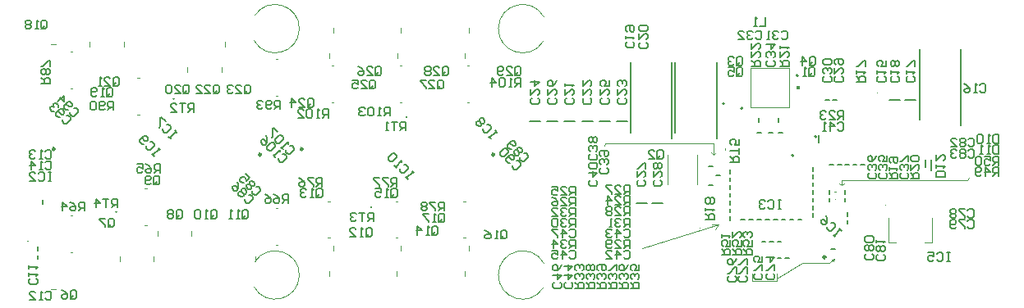
<source format=gbo>
G04*
G04 #@! TF.GenerationSoftware,Altium Limited,Altium Designer,25.7.1 (20)*
G04*
G04 Layer_Color=32896*
%FSLAX44Y44*%
%MOMM*%
G71*
G04*
G04 #@! TF.SameCoordinates,66F0D8C6-04CA-480C-B019-D4CA667347D7*
G04*
G04*
G04 #@! TF.FilePolarity,Positive*
G04*
G01*
G75*
%ADD10C,0.1000*%
%ADD11C,0.2000*%
%ADD12C,0.2500*%
%ADD14C,0.1270*%
%ADD20C,0.1500*%
%ADD72C,0.3000*%
%ADD157C,0.1200*%
D10*
X236642Y-139469D02*
G03*
X237296Y-114078I21854J12141D01*
G01*
X535560Y-115177D02*
G03*
X534906Y-140568I-21854J-12141D01*
G01*
X535560Y139463D02*
G03*
X534906Y114072I-21854J-12141D01*
G01*
X236642Y115181D02*
G03*
X237296Y140572I21854J12141D01*
G01*
X696698Y-78610D02*
G03*
X696698Y-77610I0J500D01*
G01*
D02*
G03*
X696698Y-78610I0J-500D01*
G01*
X835848Y-49610D02*
G03*
X836848Y-49610I500J0D01*
G01*
D02*
G03*
X835848Y-49610I-500J0D01*
G01*
X879047Y61051D02*
G03*
X880047Y61051I500J0D01*
G01*
D02*
G03*
X879047Y61051I-500J0D01*
G01*
X888348Y-55111D02*
G03*
X888348Y-56111I0J-500D01*
G01*
D02*
G03*
X888348Y-55111I0J500D01*
G01*
X3996Y-92678D02*
G03*
X2996Y-92678I-500J0D01*
G01*
D02*
G03*
X3996Y-92678I500J0D01*
G01*
X835848Y-41610D02*
G03*
X836848Y-41610I500J0D01*
G01*
D02*
G03*
X835848Y-41610I-500J0D01*
G01*
X452576Y-50976D02*
X454576D01*
X452576Y-89026D02*
X454576D01*
X597706Y6022D02*
X598976Y8562D01*
X710736Y-2868D02*
X713276Y-328D01*
X708196D02*
X710736Y-2868D01*
X708196Y-328D02*
X710736Y-2868D01*
Y8562D01*
X598976D02*
X710736D01*
X842816Y-34618D02*
X845200Y-32705D01*
X840472D02*
X842816Y-34618D01*
X840472Y-32705D02*
X842816Y-34618D01*
Y-29538D01*
X845460D01*
X972356D02*
X973626Y-26998D01*
X845460Y-29538D02*
X972356D01*
X712619Y-80024D02*
X715816Y-75258D01*
X708841Y-75007D02*
X715816Y-75258D01*
X708841Y-75007D02*
X715816Y-75258D01*
X637076Y-99388D02*
X715816Y-75258D01*
X834431Y-113145D02*
X835196Y-110818D01*
X832481Y-111208D02*
X835196Y-110818D01*
X832481Y-111208D02*
X835196Y-110818D01*
X830116Y-114628D02*
X835196Y-110818D01*
X826306Y-114628D02*
X830116D01*
X802176D02*
X826306D01*
X775506Y-131138D02*
X802176Y-114628D01*
X775506Y-133678D02*
Y-126058D01*
X772966Y-133678D02*
X775506D01*
X750106D02*
X772966D01*
X750106D02*
Y-126058D01*
X890848Y-93610D02*
X898349D01*
X890848D02*
Y-68611D01*
X928349Y-93610D02*
X935849D01*
Y-68611D01*
X47494Y103774D02*
X49494D01*
X47494Y65724D02*
X49494D01*
X116584Y38024D02*
X118584D01*
X116584Y76074D02*
X118584D01*
X259054Y58024D02*
X261054D01*
X259054Y96074D02*
X261054D01*
X316966Y51024D02*
X318966D01*
X316966Y89074D02*
X318966D01*
X386966Y51024D02*
X388966D01*
X386966Y89074D02*
X388966D01*
X456353Y89074D02*
X458353D01*
X456353Y51024D02*
X458353D01*
X382637Y-50976D02*
X384637D01*
X382637Y-89026D02*
X384637D01*
X313026Y-50976D02*
X315026D01*
X313026Y-89026D02*
X315026D01*
X259054Y-57976D02*
X261054D01*
X259054Y-96026D02*
X261054D01*
X124128Y-37867D02*
X126128D01*
X124128Y-75917D02*
X126128D01*
X47496Y-103728D02*
X49496D01*
X47496Y-65678D02*
X49496D01*
X693318Y-33410D02*
Y-3160D01*
X662818Y-33710D02*
Y-2910D01*
X748348Y86390D02*
X788348D01*
X748348Y46390D02*
Y86390D01*
Y46390D02*
X788348D01*
Y86390D01*
D11*
X723000Y3001D02*
G03*
X723000Y2001I0J-500D01*
G01*
D02*
G03*
X723000Y3001I0J500D01*
G01*
X793098Y-3610D02*
G03*
X793098Y-3610I-1000J0D01*
G01*
X720848Y50890D02*
G03*
X720848Y48890I0J-1000D01*
G01*
D02*
G03*
X720848Y50890I0J1000D01*
G01*
X739649Y43790D02*
G03*
X739649Y45790I0J1000D01*
G01*
D02*
G03*
X739649Y43790I0J-1000D01*
G01*
X796852Y79790D02*
G03*
X796852Y77790I0J-1000D01*
G01*
D02*
G03*
X796852Y79790I0J1000D01*
G01*
X815848Y14890D02*
G03*
X815848Y16890I0J1000D01*
G01*
D02*
G03*
X815848Y14890I0J-1000D01*
G01*
X153456Y54682D02*
G03*
X154456Y54682I500J0D01*
G01*
D02*
G03*
X153456Y54682I-500J0D01*
G01*
X394500Y36001D02*
G03*
X393500Y36001I-500J0D01*
G01*
D02*
G03*
X394500Y36001I500J0D01*
G01*
X357000Y-56999D02*
G03*
X358000Y-56999I500J0D01*
G01*
D02*
G03*
X357000Y-56999I-500J0D01*
G01*
X95000Y-61999D02*
G03*
X94000Y-61999I-500J0D01*
G01*
D02*
G03*
X95000Y-61999I500J0D01*
G01*
X670742Y19950D02*
Y92950D01*
X713742Y13700D02*
Y92950D01*
X624848Y19890D02*
Y92890D01*
X667849Y13640D02*
Y92890D01*
X935047Y-19549D02*
Y-7799D01*
X929047Y-15799D02*
Y-7799D01*
X647297Y-52799D02*
X658297D01*
X630787D02*
X641787D01*
X538613Y31701D02*
X549612D01*
X556672D02*
X567671D01*
X574731D02*
X585731D01*
X592789D02*
X603789D01*
X610848D02*
X621848D01*
X520554D02*
X531553D01*
X819348Y9580D02*
Y17200D01*
X965797Y27201D02*
Y106451D01*
X922797Y33451D02*
Y106451D01*
X907797Y53201D02*
X918797D01*
X891547D02*
X902547D01*
D12*
X826098Y-108788D02*
G03*
X826098Y-108788I-1250J0D01*
G01*
X31491Y2852D02*
G03*
X31491Y2852I-1250J0D01*
G01*
X484559Y-2804D02*
G03*
X484559Y-2804I-1250J0D01*
G01*
X244001Y-2804D02*
G03*
X244001Y-2804I-1250J0D01*
G01*
X287049Y2853D02*
G03*
X287049Y2853I-1250J0D01*
G01*
D14*
X705349Y-14611D02*
X709349D01*
X713348Y-24611D02*
X717348D01*
X705349Y-34611D02*
X709349D01*
X777348Y19390D02*
X781348D01*
X755348D02*
X759348D01*
X777203Y31012D02*
Y35012D01*
X757348Y31012D02*
Y35012D01*
X738691Y-69871D02*
X742691D01*
X780662D02*
X784662D01*
X789056D02*
X793056D01*
X813353Y-67610D02*
Y-63609D01*
Y-59609D02*
Y-55609D01*
Y-51610D02*
Y-47610D01*
Y-43609D02*
Y-39609D01*
Y-27610D02*
Y-23609D01*
X813325Y-19661D02*
Y-15661D01*
X813353Y-35610D02*
Y-31609D01*
X767479Y19390D02*
X771479D01*
X846348Y-51610D02*
Y-47610D01*
X848349Y-66610D02*
Y-62610D01*
Y-74610D02*
Y-70610D01*
X830349Y-43610D02*
Y-39610D01*
Y-51610D02*
Y-47610D01*
X772369Y-69922D02*
X776369D01*
X831706Y-100318D02*
X835706D01*
X776348Y-92610D02*
X780348D01*
X768348D02*
X772348D01*
X784348Y-109610D02*
X788348D01*
X776348D02*
X780349D01*
X760349Y-92610D02*
X764349D01*
X797451Y-69871D02*
X801451D01*
X763874D02*
X767874D01*
X755581Y-69922D02*
X759581D01*
X747187D02*
X751187D01*
X727348Y-22610D02*
Y-18610D01*
Y-30610D02*
Y-26610D01*
X727348Y-38610D02*
Y-34611D01*
Y-46610D02*
Y-42611D01*
X727348Y-54610D02*
Y-50610D01*
Y-62610D02*
Y-58610D01*
Y-70610D02*
Y-66610D01*
X825706Y53682D02*
X829706D01*
X833706Y53682D02*
X837706D01*
X846348Y-13610D02*
X850348D01*
X862348D02*
X866348D01*
X854349Y-13611D02*
X858348D01*
X830349D02*
X834349D01*
X838348Y-13610D02*
X842348D01*
X14000Y-101999D02*
Y-97999D01*
X19000Y-53999D02*
Y-49999D01*
X14000Y-111000D02*
Y-107000D01*
X846349Y-43610D02*
Y-39610D01*
D20*
X727827Y-11054D02*
X736824D01*
Y-6556D01*
X735325Y-5056D01*
X732326D01*
X730826Y-6556D01*
Y-11054D01*
Y-8055D02*
X727827Y-5056D01*
X736824Y-2057D02*
Y3941D01*
Y942D01*
X727827D01*
X736824Y12938D02*
Y6940D01*
X732326D01*
X733825Y9939D01*
Y11438D01*
X732326Y12938D01*
X729327D01*
X727827Y11438D01*
Y8439D01*
X729327Y6940D01*
X393492Y22173D02*
Y31170D01*
X388994D01*
X387494Y29671D01*
Y26672D01*
X388994Y25172D01*
X393492D01*
X390493D02*
X387494Y22173D01*
X384495Y31170D02*
X378497D01*
X381496D01*
Y22173D01*
X375498D02*
X372499D01*
X373999D01*
Y31170D01*
X375498Y29671D01*
X174992Y41173D02*
Y50170D01*
X170493D01*
X168994Y48671D01*
Y45672D01*
X170493Y44172D01*
X174992D01*
X171993D02*
X168994Y41173D01*
X165995Y50170D02*
X159997D01*
X162996D01*
Y41173D01*
X151000D02*
X156998D01*
X151000Y47171D01*
Y48671D01*
X152499Y50170D01*
X155498D01*
X156998Y48671D01*
X842392Y-81563D02*
X840272Y-79442D01*
X841332Y-80502D01*
X834970Y-86864D01*
X836030Y-87924D01*
X833910Y-85804D01*
X831789Y-73080D02*
X833910D01*
X836030Y-75201D01*
Y-77321D01*
X831789Y-81563D01*
X829668D01*
X827548Y-79442D01*
Y-77321D01*
X826487Y-65658D02*
X827548Y-68839D01*
Y-73080D01*
X825427Y-75201D01*
X823306D01*
X821186Y-73080D01*
Y-70960D01*
X822246Y-69899D01*
X824367D01*
X827548Y-73080D01*
X306992Y-35827D02*
Y-26830D01*
X302493D01*
X300994Y-28329D01*
Y-31328D01*
X302493Y-32828D01*
X306992D01*
X303993D02*
X300994Y-35827D01*
X297995Y-26830D02*
X291997D01*
Y-28329D01*
X297995Y-34327D01*
Y-35827D01*
X283000Y-26830D02*
X285999Y-28329D01*
X288998Y-31328D01*
Y-34327D01*
X287498Y-35827D01*
X284499D01*
X283000Y-34327D01*
Y-32828D01*
X284499Y-31328D01*
X288998D01*
X263992Y44173D02*
Y53170D01*
X259493D01*
X257994Y51671D01*
Y48672D01*
X259493Y47172D01*
X263992D01*
X260993D02*
X257994Y44173D01*
X254995Y45673D02*
X253495Y44173D01*
X250496D01*
X248997Y45673D01*
Y51671D01*
X250496Y53170D01*
X253495D01*
X254995Y51671D01*
Y50171D01*
X253495Y48672D01*
X248997D01*
X245998Y51671D02*
X244498Y53170D01*
X241499D01*
X240000Y51671D01*
Y50171D01*
X241499Y48672D01*
X242999D01*
X241499D01*
X240000Y47172D01*
Y45673D01*
X241499Y44173D01*
X244498D01*
X245998Y45673D01*
X313342Y35131D02*
Y44128D01*
X308844D01*
X307344Y42628D01*
Y39629D01*
X308844Y38130D01*
X313342D01*
X310343D02*
X307344Y35131D01*
X304345D02*
X301346D01*
X302845D01*
Y44128D01*
X304345Y42628D01*
X296847D02*
X295348Y44128D01*
X292349D01*
X290849Y42628D01*
Y36630D01*
X292349Y35131D01*
X295348D01*
X296847Y36630D01*
Y42628D01*
X281852Y35131D02*
X287850D01*
X281852Y41129D01*
Y42628D01*
X283352Y44128D01*
X286351D01*
X287850Y42628D01*
X274008Y5900D02*
X276129D01*
X278250Y3780D01*
Y1659D01*
X274008Y-2582D01*
X271888D01*
X269767Y-461D01*
Y1659D01*
X266586Y2720D02*
X264466Y4840D01*
X265526Y3780D01*
X271888Y10142D01*
Y8021D01*
X266586Y13323D02*
Y15443D01*
X264466Y17564D01*
X262345D01*
X258104Y13323D01*
Y11202D01*
X260224Y9081D01*
X262345D01*
X266586Y13323D01*
X261285Y20745D02*
X257043Y24986D01*
X255983Y23926D01*
Y15443D01*
X254923Y14383D01*
X266008Y-2100D02*
X268129D01*
X270250Y-4220D01*
Y-6341D01*
X266008Y-10582D01*
X263888D01*
X261767Y-8461D01*
Y-6341D01*
X258586Y-5281D02*
X256465Y-3160D01*
X257526Y-4220D01*
X263888Y2142D01*
Y21D01*
X258586Y5323D02*
Y7443D01*
X256465Y9564D01*
X254345D01*
X250104Y5323D01*
Y3202D01*
X252224Y1081D01*
X254345D01*
X258586Y5323D01*
X249043Y16986D02*
X250104Y13805D01*
Y9564D01*
X247983Y7443D01*
X245862D01*
X243742Y9564D01*
Y11685D01*
X244802Y12745D01*
X246923D01*
X250104Y9564D01*
X51358Y45551D02*
X53478D01*
X55599Y43431D01*
Y41310D01*
X51358Y37069D01*
X49237D01*
X47116Y39189D01*
Y41310D01*
X44996Y43431D02*
X42875D01*
X40754Y45551D01*
Y47672D01*
X44996Y51913D01*
X47116D01*
X49237Y49792D01*
Y47672D01*
X48177Y46612D01*
X46056D01*
X42875Y49792D01*
X34393Y51913D02*
X40754Y58275D01*
Y51913D01*
X36513Y56154D01*
X43358Y37551D02*
X45478D01*
X47599Y35431D01*
Y33310D01*
X43358Y29069D01*
X41237D01*
X39116Y31189D01*
Y33310D01*
X36996Y35431D02*
X34875D01*
X32754Y37551D01*
Y39672D01*
X36996Y43913D01*
X39116D01*
X41237Y41792D01*
Y39672D01*
X40177Y38612D01*
X38056D01*
X34875Y41792D01*
Y46034D02*
Y48154D01*
X32754Y50275D01*
X30634D01*
X29574Y49215D01*
Y47094D01*
X30634Y46034D01*
X29574Y47094D01*
X27453D01*
X26393Y46034D01*
Y43913D01*
X28513Y41792D01*
X30634D01*
X507358Y-9449D02*
X509478D01*
X511599Y-11569D01*
Y-13690D01*
X507358Y-17931D01*
X505237D01*
X503116Y-15811D01*
Y-13690D01*
X500996Y-11569D02*
X498875D01*
X496754Y-9449D01*
Y-7328D01*
X500996Y-3087D01*
X503116D01*
X505237Y-5207D01*
Y-7328D01*
X504177Y-8388D01*
X502056D01*
X498875Y-5207D01*
Y-966D02*
Y1154D01*
X496754Y3275D01*
X494634D01*
X490393Y-966D01*
Y-3087D01*
X492513Y-5207D01*
X494634D01*
X498875Y-966D01*
X515358Y-1449D02*
X517478D01*
X519599Y-3569D01*
Y-5690D01*
X515358Y-9931D01*
X513237D01*
X511116Y-7811D01*
Y-5690D01*
X513237Y672D02*
Y2792D01*
X511116Y4913D01*
X508996D01*
X507935Y3853D01*
Y1732D01*
X505815D01*
X504754Y672D01*
Y-1449D01*
X506875Y-3569D01*
X508996D01*
X510056Y-2509D01*
Y-388D01*
X512177D01*
X513237Y672D01*
X510056Y-388D02*
X507935Y1732D01*
X502634Y2792D02*
X500513D01*
X498393Y4913D01*
Y7034D01*
X502634Y11275D01*
X504754D01*
X506875Y9154D01*
Y7034D01*
X505815Y5973D01*
X503694D01*
X500513Y9154D01*
X231358Y-44449D02*
X233478D01*
X235599Y-46569D01*
Y-48690D01*
X231358Y-52931D01*
X229237D01*
X227116Y-50811D01*
Y-48690D01*
X229237Y-42328D02*
Y-40208D01*
X227116Y-38087D01*
X224996D01*
X223935Y-39147D01*
Y-41268D01*
X221815D01*
X220755Y-42328D01*
Y-44449D01*
X222875Y-46569D01*
X224996D01*
X226056Y-45509D01*
Y-43388D01*
X228177D01*
X229237Y-42328D01*
X226056Y-43388D02*
X223935Y-41268D01*
X219694Y-30665D02*
X220755Y-33846D01*
Y-38087D01*
X218634Y-40208D01*
X216513D01*
X214393Y-38087D01*
Y-35966D01*
X215453Y-34906D01*
X217574D01*
X220755Y-38087D01*
X239358Y-36449D02*
X241478D01*
X243599Y-38569D01*
Y-40690D01*
X239358Y-44931D01*
X237237D01*
X235116Y-42811D01*
Y-40690D01*
X237237Y-34328D02*
Y-32208D01*
X235116Y-30087D01*
X232996D01*
X231935Y-31147D01*
Y-33268D01*
X229815D01*
X228755Y-34328D01*
Y-36449D01*
X230875Y-38569D01*
X232996D01*
X234056Y-37509D01*
Y-35388D01*
X236177D01*
X237237Y-34328D01*
X234056Y-35388D02*
X231935Y-33268D01*
X227694Y-22665D02*
X231935Y-26906D01*
X228755Y-30087D01*
X227694Y-26906D01*
X226634Y-25846D01*
X224513D01*
X222393Y-27966D01*
Y-30087D01*
X224513Y-32208D01*
X226634D01*
X157129Y19900D02*
X155008Y22021D01*
X156069Y20961D01*
X149707Y14599D01*
X150767Y13539D01*
X148646Y15659D01*
X146526Y28383D02*
X148646D01*
X150767Y26262D01*
Y24142D01*
X146526Y19900D01*
X144405D01*
X142285Y22021D01*
Y24142D01*
X145466Y31564D02*
X141224Y35805D01*
X140164Y34745D01*
Y26262D01*
X139104Y25202D01*
X487129Y19900D02*
X485008Y22021D01*
X486069Y20961D01*
X479707Y14599D01*
X480767Y13539D01*
X478647Y15659D01*
X476526Y28383D02*
X478647D01*
X480767Y26262D01*
Y24142D01*
X476526Y19900D01*
X474405D01*
X472285Y22021D01*
Y24142D01*
X474405Y30504D02*
Y32624D01*
X472285Y34745D01*
X470164D01*
X469104Y33684D01*
Y31564D01*
X466983D01*
X465923Y30504D01*
Y28383D01*
X468043Y26262D01*
X470164D01*
X471224Y27323D01*
Y29443D01*
X473345D01*
X474405Y30504D01*
X471224Y29443D02*
X469104Y31564D01*
X140129Y1901D02*
X138008Y4021D01*
X139069Y2961D01*
X132707Y-3401D01*
X133767Y-4462D01*
X131646Y-2341D01*
X129526Y10383D02*
X131646D01*
X133767Y8262D01*
Y6142D01*
X129526Y1901D01*
X127405D01*
X125285Y4021D01*
Y6142D01*
X123164Y8262D02*
X121043D01*
X118923Y10383D01*
Y12504D01*
X123164Y16745D01*
X125285D01*
X127405Y14624D01*
Y12504D01*
X126345Y11443D01*
X124224D01*
X121043Y14624D01*
X401780Y-21750D02*
X399659Y-19630D01*
X400719Y-20690D01*
X394358Y-27052D01*
X395418Y-28112D01*
X393297Y-25992D01*
X391177Y-13268D02*
X393297D01*
X395418Y-15388D01*
Y-17509D01*
X391177Y-21750D01*
X389056D01*
X386935Y-19630D01*
Y-17509D01*
X383755Y-16449D02*
X381634Y-14328D01*
X382694Y-15388D01*
X389056Y-9026D01*
Y-11147D01*
X383755Y-5846D02*
Y-3725D01*
X381634Y-1604D01*
X379513D01*
X375272Y-5846D01*
Y-7966D01*
X377393Y-10087D01*
X379513D01*
X383755Y-5846D01*
X61992Y-60827D02*
Y-51830D01*
X57493D01*
X55994Y-53329D01*
Y-56328D01*
X57493Y-57828D01*
X61992D01*
X58993D02*
X55994Y-60827D01*
X46997Y-51830D02*
X49996Y-53329D01*
X52995Y-56328D01*
Y-59327D01*
X51495Y-60827D01*
X48496D01*
X46997Y-59327D01*
Y-57828D01*
X48496Y-56328D01*
X52995D01*
X39499Y-60827D02*
Y-51830D01*
X43998Y-56328D01*
X38000D01*
X376741Y37173D02*
Y46170D01*
X372242D01*
X370743Y44671D01*
Y41672D01*
X372242Y40172D01*
X376741D01*
X373742D02*
X370743Y37173D01*
X367743D02*
X364744D01*
X366244D01*
Y46170D01*
X367743Y44671D01*
X360246D02*
X358746Y46170D01*
X355747D01*
X354248Y44671D01*
Y38673D01*
X355747Y37173D01*
X358746D01*
X360246Y38673D01*
Y44671D01*
X351249D02*
X349749Y46170D01*
X346750D01*
X345251Y44671D01*
Y43171D01*
X346750Y41672D01*
X348250D01*
X346750D01*
X345251Y40172D01*
Y38673D01*
X346750Y37173D01*
X349749D01*
X351249Y38673D01*
X383992Y-35827D02*
Y-26830D01*
X379493D01*
X377994Y-28329D01*
Y-31328D01*
X379493Y-32828D01*
X383992D01*
X380993D02*
X377994Y-35827D01*
X374995Y-26830D02*
X368997D01*
Y-28329D01*
X374995Y-34327D01*
Y-35827D01*
X365998Y-26830D02*
X360000D01*
Y-28329D01*
X365998Y-34327D01*
Y-35827D01*
X139992Y-21827D02*
Y-12830D01*
X135493D01*
X133994Y-14329D01*
Y-17328D01*
X135493Y-18828D01*
X139992D01*
X136993D02*
X133994Y-21827D01*
X124997Y-12830D02*
X127996Y-14329D01*
X130995Y-17328D01*
Y-20327D01*
X129495Y-21827D01*
X126496D01*
X124997Y-20327D01*
Y-18828D01*
X126496Y-17328D01*
X130995D01*
X116000Y-12830D02*
X121998D01*
Y-17328D01*
X118999Y-15829D01*
X117499D01*
X116000Y-17328D01*
Y-20327D01*
X117499Y-21827D01*
X120498D01*
X121998Y-20327D01*
X432992Y-60827D02*
Y-51830D01*
X428493D01*
X426994Y-53329D01*
Y-56328D01*
X428493Y-57828D01*
X432992D01*
X429993D02*
X426994Y-60827D01*
X423995Y-51830D02*
X417997D01*
Y-53329D01*
X423995Y-59327D01*
Y-60827D01*
X414998Y-53329D02*
X413498Y-51830D01*
X410499D01*
X409000Y-53329D01*
Y-54829D01*
X410499Y-56328D01*
X409000Y-57828D01*
Y-59327D01*
X410499Y-60827D01*
X413498D01*
X414998Y-59327D01*
Y-57828D01*
X413498Y-56328D01*
X414998Y-54829D01*
Y-53329D01*
X413498Y-56328D02*
X410499D01*
X17497Y70676D02*
X26494D01*
Y75174D01*
X24995Y76674D01*
X21996D01*
X20496Y75174D01*
Y70676D01*
Y73675D02*
X17497Y76674D01*
X24995Y79673D02*
X26494Y81172D01*
Y84171D01*
X24995Y85671D01*
X23495D01*
X21996Y84171D01*
X20496Y85671D01*
X18997D01*
X17497Y84171D01*
Y81172D01*
X18997Y79673D01*
X20496D01*
X21996Y81172D01*
X23495Y79673D01*
X24995D01*
X21996Y81172D02*
Y84171D01*
X26494Y88670D02*
Y94668D01*
X24995D01*
X18997Y88670D01*
X17497D01*
X271992Y-52827D02*
Y-43830D01*
X267493D01*
X265994Y-45329D01*
Y-48328D01*
X267493Y-49828D01*
X271992D01*
X268993D02*
X265994Y-52827D01*
X256997Y-43830D02*
X259996Y-45329D01*
X262995Y-48328D01*
Y-51327D01*
X261495Y-52827D01*
X258496D01*
X256997Y-51327D01*
Y-49828D01*
X258496Y-48328D01*
X262995D01*
X248000Y-43830D02*
X250999Y-45329D01*
X253998Y-48328D01*
Y-51327D01*
X252498Y-52827D01*
X249499D01*
X248000Y-51327D01*
Y-49828D01*
X249499Y-48328D01*
X253998D01*
X511741Y67173D02*
Y76170D01*
X507242D01*
X505742Y74671D01*
Y71672D01*
X507242Y70172D01*
X511741D01*
X508742D02*
X505742Y67173D01*
X502743D02*
X499744D01*
X501244D01*
Y76170D01*
X502743Y74671D01*
X495246D02*
X493746Y76170D01*
X490747D01*
X489248Y74671D01*
Y68673D01*
X490747Y67173D01*
X493746D01*
X495246Y68673D01*
Y74671D01*
X481750Y67173D02*
Y76170D01*
X486249Y71672D01*
X480251D01*
X91992Y43173D02*
Y52170D01*
X87493D01*
X85994Y50671D01*
Y47672D01*
X87493Y46172D01*
X91992D01*
X88993D02*
X85994Y43173D01*
X82995Y44673D02*
X81495Y43173D01*
X78496D01*
X76997Y44673D01*
Y50671D01*
X78496Y52170D01*
X81495D01*
X82995Y50671D01*
Y49171D01*
X81495Y47672D01*
X76997D01*
X73998Y50671D02*
X72498Y52170D01*
X69499D01*
X68000Y50671D01*
Y44673D01*
X69499Y43173D01*
X72498D01*
X73998Y44673D01*
Y50671D01*
X352244Y-86327D02*
Y-80329D01*
X353744Y-78830D01*
X356743D01*
X358242Y-80329D01*
Y-86327D01*
X356743Y-87827D01*
X353744D01*
X355243Y-84828D02*
X352244Y-87827D01*
X353744D02*
X352244Y-86327D01*
X349245Y-87827D02*
X346246D01*
X347746D01*
Y-78830D01*
X349245Y-80329D01*
X335749Y-87827D02*
X341747D01*
X335749Y-81829D01*
Y-80329D01*
X337249Y-78830D01*
X340248D01*
X341747Y-80329D01*
X17244Y128673D02*
Y134671D01*
X18743Y136170D01*
X21743D01*
X23242Y134671D01*
Y128673D01*
X21743Y127173D01*
X18743D01*
X20243Y130172D02*
X17244Y127173D01*
X18743D02*
X17244Y128673D01*
X14245Y127173D02*
X11246D01*
X12745D01*
Y136170D01*
X14245Y134671D01*
X6747D02*
X5248Y136170D01*
X2249D01*
X749Y134671D01*
Y133171D01*
X2249Y131672D01*
X749Y130172D01*
Y128673D01*
X2249Y127173D01*
X5248D01*
X6747Y128673D01*
Y130172D01*
X5248Y131672D01*
X6747Y133171D01*
Y134671D01*
X5248Y131672D02*
X2249D01*
X291994Y47673D02*
Y53671D01*
X293493Y55170D01*
X296492D01*
X297992Y53671D01*
Y47673D01*
X296492Y46173D01*
X293493D01*
X294993Y49172D02*
X291994Y46173D01*
X293493D02*
X291994Y47673D01*
X282997Y46173D02*
X288995D01*
X282997Y52171D01*
Y53671D01*
X284496Y55170D01*
X287495D01*
X288995Y53671D01*
X275499Y46173D02*
Y55170D01*
X279998Y50672D01*
X274000D01*
X86495Y-76327D02*
Y-70329D01*
X87995Y-68830D01*
X90994D01*
X92493Y-70329D01*
Y-76327D01*
X90994Y-77827D01*
X87995D01*
X89494Y-74828D02*
X86495Y-77827D01*
X87995D02*
X86495Y-76327D01*
X83496Y-68830D02*
X77498D01*
Y-70329D01*
X83496Y-76327D01*
Y-77827D01*
X301244Y-45327D02*
Y-39329D01*
X302743Y-37830D01*
X305743D01*
X307242Y-39329D01*
Y-45327D01*
X305743Y-46827D01*
X302743D01*
X304243Y-43828D02*
X301244Y-46827D01*
X302743D02*
X301244Y-45327D01*
X298245Y-46827D02*
X295246D01*
X296745D01*
Y-37830D01*
X298245Y-39329D01*
X290747D02*
X289248Y-37830D01*
X286249D01*
X284749Y-39329D01*
Y-40829D01*
X286249Y-42328D01*
X287748D01*
X286249D01*
X284749Y-43828D01*
Y-45327D01*
X286249Y-46827D01*
X289248D01*
X290747Y-45327D01*
X85244Y58673D02*
Y64671D01*
X86743Y66170D01*
X89743D01*
X91242Y64671D01*
Y58673D01*
X89743Y57173D01*
X86743D01*
X88243Y60172D02*
X85244Y57173D01*
X86743D02*
X85244Y58673D01*
X82245Y57173D02*
X79246D01*
X80745D01*
Y66170D01*
X82245Y64671D01*
X74747Y58673D02*
X73248Y57173D01*
X70249D01*
X68749Y58673D01*
Y64671D01*
X70249Y66170D01*
X73248D01*
X74747Y64671D01*
Y63171D01*
X73248Y61672D01*
X68749D01*
X355994Y66673D02*
Y72671D01*
X357493Y74170D01*
X360492D01*
X361992Y72671D01*
Y66673D01*
X360492Y65173D01*
X357493D01*
X358993Y68172D02*
X355994Y65173D01*
X357493D02*
X355994Y66673D01*
X346997Y65173D02*
X352995D01*
X346997Y71171D01*
Y72671D01*
X348496Y74170D01*
X351495D01*
X352995Y72671D01*
X338000Y74170D02*
X343998D01*
Y69672D01*
X340999Y71171D01*
X339499D01*
X338000Y69672D01*
Y66673D01*
X339499Y65173D01*
X342498D01*
X343998Y66673D01*
X156495Y-67327D02*
Y-61329D01*
X157995Y-59830D01*
X160994D01*
X162493Y-61329D01*
Y-67327D01*
X160994Y-68827D01*
X157995D01*
X159494Y-65828D02*
X156495Y-68827D01*
X157995D02*
X156495Y-67327D01*
X153496Y-61329D02*
X151997Y-59830D01*
X148998D01*
X147498Y-61329D01*
Y-62829D01*
X148998Y-64328D01*
X147498Y-65828D01*
Y-67327D01*
X148998Y-68827D01*
X151997D01*
X153496Y-67327D01*
Y-65828D01*
X151997Y-64328D01*
X153496Y-62829D01*
Y-61329D01*
X151997Y-64328D02*
X148998D01*
X420244Y-84327D02*
Y-78329D01*
X421744Y-76830D01*
X424743D01*
X426242Y-78329D01*
Y-84327D01*
X424743Y-85827D01*
X421744D01*
X423243Y-82828D02*
X420244Y-85827D01*
X421744D02*
X420244Y-84327D01*
X417245Y-85827D02*
X414246D01*
X415746D01*
Y-76830D01*
X417245Y-78329D01*
X405249Y-85827D02*
Y-76830D01*
X409747Y-81328D01*
X403749D01*
X163994Y61673D02*
Y67671D01*
X165493Y69170D01*
X168492D01*
X169992Y67671D01*
Y61673D01*
X168492Y60173D01*
X165493D01*
X166993Y63172D02*
X163994Y60173D01*
X165493D02*
X163994Y61673D01*
X154997Y60173D02*
X160995D01*
X154997Y66171D01*
Y67671D01*
X156496Y69170D01*
X159495D01*
X160995Y67671D01*
X151998D02*
X150498Y69170D01*
X147499D01*
X146000Y67671D01*
Y61673D01*
X147499Y60173D01*
X150498D01*
X151998Y61673D01*
Y67671D01*
X361994Y80673D02*
Y86671D01*
X363493Y88170D01*
X366492D01*
X367992Y86671D01*
Y80673D01*
X366492Y79173D01*
X363493D01*
X364993Y82172D02*
X361994Y79173D01*
X363493D02*
X361994Y80673D01*
X352997Y79173D02*
X358995D01*
X352997Y85171D01*
Y86671D01*
X354496Y88170D01*
X357495D01*
X358995Y86671D01*
X344000Y88170D02*
X346999Y86671D01*
X349998Y83672D01*
Y80673D01*
X348498Y79173D01*
X345499D01*
X344000Y80673D01*
Y82172D01*
X345499Y83672D01*
X349998D01*
X133495Y-32327D02*
Y-26329D01*
X134995Y-24830D01*
X137994D01*
X139493Y-26329D01*
Y-32327D01*
X137994Y-33827D01*
X134995D01*
X136494Y-30828D02*
X133495Y-33827D01*
X134995D02*
X133495Y-32327D01*
X130496D02*
X128997Y-33827D01*
X125998D01*
X124498Y-32327D01*
Y-26329D01*
X125998Y-24830D01*
X128997D01*
X130496Y-26329D01*
Y-27829D01*
X128997Y-29328D01*
X124498D01*
X378244Y-45327D02*
Y-39329D01*
X379743Y-37830D01*
X382743D01*
X384242Y-39329D01*
Y-45327D01*
X382743Y-46827D01*
X379743D01*
X381243Y-43828D02*
X378244Y-46827D01*
X379743D02*
X378244Y-45327D01*
X375245Y-46827D02*
X372246D01*
X373745D01*
Y-37830D01*
X375245Y-39329D01*
X361749Y-37830D02*
X367747D01*
Y-42328D01*
X364748Y-40829D01*
X363249D01*
X361749Y-42328D01*
Y-45327D01*
X363249Y-46827D01*
X366248D01*
X367747Y-45327D01*
X91494Y69673D02*
Y75671D01*
X92994Y77170D01*
X95993D01*
X97492Y75671D01*
Y69673D01*
X95993Y68173D01*
X92994D01*
X94493Y71172D02*
X91494Y68173D01*
X92994D02*
X91494Y69673D01*
X82497Y68173D02*
X88495D01*
X82497Y74171D01*
Y75671D01*
X83997Y77170D01*
X86996D01*
X88495Y75671D01*
X79498Y68173D02*
X76499D01*
X77999D01*
Y77170D01*
X79498Y75671D01*
X425994Y66673D02*
Y72671D01*
X427493Y74170D01*
X430492D01*
X431992Y72671D01*
Y66673D01*
X430492Y65173D01*
X427493D01*
X428993Y68172D02*
X425994Y65173D01*
X427493D02*
X425994Y66673D01*
X416997Y65173D02*
X422995D01*
X416997Y71171D01*
Y72671D01*
X418496Y74170D01*
X421495D01*
X422995Y72671D01*
X413998Y74170D02*
X408000D01*
Y72671D01*
X413998Y66673D01*
Y65173D01*
X192244Y-67327D02*
Y-61329D01*
X193743Y-59830D01*
X196743D01*
X198242Y-61329D01*
Y-67327D01*
X196743Y-68827D01*
X193743D01*
X195243Y-65828D02*
X192244Y-68827D01*
X193743D02*
X192244Y-67327D01*
X189245Y-68827D02*
X186246D01*
X187745D01*
Y-59830D01*
X189245Y-61329D01*
X181747D02*
X180248Y-59830D01*
X177249D01*
X175749Y-61329D01*
Y-67327D01*
X177249Y-68827D01*
X180248D01*
X181747Y-67327D01*
Y-61329D01*
X491244Y-88327D02*
Y-82329D01*
X492743Y-80830D01*
X495743D01*
X497242Y-82329D01*
Y-88327D01*
X495743Y-89827D01*
X492743D01*
X494243Y-86828D02*
X491244Y-89827D01*
X492743D02*
X491244Y-88327D01*
X488245Y-89827D02*
X485246D01*
X486745D01*
Y-80830D01*
X488245Y-82329D01*
X474749Y-80830D02*
X477748Y-82329D01*
X480747Y-85328D01*
Y-88327D01*
X479248Y-89827D01*
X476249D01*
X474749Y-88327D01*
Y-86828D01*
X476249Y-85328D01*
X480747D01*
X194994Y61673D02*
Y67671D01*
X196493Y69170D01*
X199492D01*
X200992Y67671D01*
Y61673D01*
X199492Y60173D01*
X196493D01*
X197993Y63172D02*
X194994Y60173D01*
X196493D02*
X194994Y61673D01*
X185997Y60173D02*
X191995D01*
X185997Y66171D01*
Y67671D01*
X187496Y69170D01*
X190495D01*
X191995Y67671D01*
X177000Y60173D02*
X182998D01*
X177000Y66171D01*
Y67671D01*
X178499Y69170D01*
X181498D01*
X182998Y67671D01*
X430994Y80673D02*
Y86671D01*
X432493Y88170D01*
X435492D01*
X436992Y86671D01*
Y80673D01*
X435492Y79173D01*
X432493D01*
X433993Y82172D02*
X430994Y79173D01*
X432493D02*
X430994Y80673D01*
X421997Y79173D02*
X427995D01*
X421997Y85171D01*
Y86671D01*
X423496Y88170D01*
X426495D01*
X427995Y86671D01*
X418998D02*
X417498Y88170D01*
X414499D01*
X413000Y86671D01*
Y85171D01*
X414499Y83672D01*
X413000Y82172D01*
Y80673D01*
X414499Y79173D01*
X417498D01*
X418998Y80673D01*
Y82172D01*
X417498Y83672D01*
X418998Y85171D01*
Y86671D01*
X417498Y83672D02*
X414499D01*
X224744Y-67327D02*
Y-61329D01*
X226244Y-59830D01*
X229243D01*
X230743Y-61329D01*
Y-67327D01*
X229243Y-68827D01*
X226244D01*
X227743Y-65828D02*
X224744Y-68827D01*
X226244D02*
X224744Y-67327D01*
X221745Y-68827D02*
X218746D01*
X220246D01*
Y-59830D01*
X221745Y-61329D01*
X214248Y-68827D02*
X211249D01*
X212748D01*
Y-59830D01*
X214248Y-61329D01*
X427244Y-71327D02*
Y-65329D01*
X428744Y-63830D01*
X431743D01*
X433242Y-65329D01*
Y-71327D01*
X431743Y-72827D01*
X428744D01*
X430243Y-69828D02*
X427244Y-72827D01*
X428744D02*
X427244Y-71327D01*
X424245Y-72827D02*
X421246D01*
X422746D01*
Y-63830D01*
X424245Y-65329D01*
X416747Y-63830D02*
X410749D01*
Y-65329D01*
X416747Y-71327D01*
Y-72827D01*
X226994Y61673D02*
Y67671D01*
X228493Y69170D01*
X231492D01*
X232992Y67671D01*
Y61673D01*
X231492Y60173D01*
X228493D01*
X229993Y63172D02*
X226994Y60173D01*
X228493D02*
X226994Y61673D01*
X217997Y60173D02*
X223995D01*
X217997Y66171D01*
Y67671D01*
X219496Y69170D01*
X222495D01*
X223995Y67671D01*
X214998D02*
X213498Y69170D01*
X210499D01*
X209000Y67671D01*
Y66171D01*
X210499Y64672D01*
X211999D01*
X210499D01*
X209000Y63172D01*
Y61673D01*
X210499Y60173D01*
X213498D01*
X214998Y61673D01*
X505994Y80673D02*
Y86671D01*
X507493Y88170D01*
X510492D01*
X511992Y86671D01*
Y80673D01*
X510492Y79173D01*
X507493D01*
X508993Y82172D02*
X505994Y79173D01*
X507493D02*
X505994Y80673D01*
X496997Y79173D02*
X502995D01*
X496997Y85171D01*
Y86671D01*
X498496Y88170D01*
X501495D01*
X502995Y86671D01*
X493998Y80673D02*
X492498Y79173D01*
X489499D01*
X488000Y80673D01*
Y86671D01*
X489499Y88170D01*
X492498D01*
X493998Y86671D01*
Y85171D01*
X492498Y83672D01*
X488000D01*
X47495Y-150327D02*
Y-144329D01*
X48995Y-142830D01*
X51994D01*
X53493Y-144329D01*
Y-150327D01*
X51994Y-151827D01*
X48995D01*
X50494Y-148828D02*
X47495Y-151827D01*
X48995D02*
X47495Y-150327D01*
X38498Y-142830D02*
X41497Y-144329D01*
X44496Y-147328D01*
Y-150327D01*
X42997Y-151827D01*
X39998D01*
X38498Y-150327D01*
Y-148828D01*
X39998Y-147328D01*
X44496D01*
X1004611Y-13717D02*
Y-4720D01*
X1000112D01*
X998613Y-6219D01*
Y-9218D01*
X1000112Y-10718D01*
X1004611D01*
X1001612D02*
X998613Y-13717D01*
X989615Y-4720D02*
X995613D01*
Y-9218D01*
X992615Y-7719D01*
X991115D01*
X989615Y-9218D01*
Y-12217D01*
X991115Y-13717D01*
X994114D01*
X995613Y-12217D01*
X986616Y-6219D02*
X985117Y-4720D01*
X982118D01*
X980618Y-6219D01*
Y-12217D01*
X982118Y-13717D01*
X985117D01*
X986616Y-12217D01*
Y-6219D01*
X1004611Y-25147D02*
Y-16150D01*
X1000112D01*
X998613Y-17649D01*
Y-20648D01*
X1000112Y-22148D01*
X1004611D01*
X1001612D02*
X998613Y-25147D01*
X991115D02*
Y-16150D01*
X995613Y-20648D01*
X989615D01*
X986616Y-23647D02*
X985117Y-25147D01*
X982118D01*
X980618Y-23647D01*
Y-17649D01*
X982118Y-16150D01*
X985117D01*
X986616Y-17649D01*
Y-19149D01*
X985117Y-20648D01*
X980618D01*
X873995Y-105326D02*
X875494Y-106826D01*
Y-109825D01*
X873995Y-111324D01*
X867997D01*
X866497Y-109825D01*
Y-106826D01*
X867997Y-105326D01*
X873995Y-102327D02*
X875494Y-100828D01*
Y-97829D01*
X873995Y-96329D01*
X872495D01*
X870996Y-97829D01*
X869496Y-96329D01*
X867997D01*
X866497Y-97829D01*
Y-100828D01*
X867997Y-102327D01*
X869496D01*
X870996Y-100828D01*
X872495Y-102327D01*
X873995D01*
X870996Y-100828D02*
Y-97829D01*
X873995Y-93330D02*
X875494Y-91831D01*
Y-88832D01*
X873995Y-87332D01*
X867997D01*
X866497Y-88832D01*
Y-91831D01*
X867997Y-93330D01*
X873995D01*
X972627Y-71853D02*
X974126Y-70354D01*
X977125D01*
X978625Y-71853D01*
Y-77851D01*
X977125Y-79351D01*
X974126D01*
X972627Y-77851D01*
X969628Y-70354D02*
X963630D01*
Y-71853D01*
X969628Y-77851D01*
Y-79351D01*
X960631Y-77851D02*
X959131Y-79351D01*
X956132D01*
X954632Y-77851D01*
Y-71853D01*
X956132Y-70354D01*
X959131D01*
X960631Y-71853D01*
Y-73353D01*
X959131Y-74852D01*
X954632D01*
X27756Y-20902D02*
X24757D01*
X26257D01*
Y-29899D01*
X27756D01*
X24757D01*
X14261Y-22401D02*
X15760Y-20902D01*
X18759D01*
X20259Y-22401D01*
Y-28399D01*
X18759Y-29899D01*
X15760D01*
X14261Y-28399D01*
X5264Y-29899D02*
X11262D01*
X5264Y-23900D01*
Y-22401D01*
X6763Y-20902D01*
X9762D01*
X11262Y-22401D01*
X21758Y-10971D02*
X23258Y-9471D01*
X26257D01*
X27756Y-10971D01*
Y-16969D01*
X26257Y-18469D01*
X23258D01*
X21758Y-16969D01*
X18759Y-18469D02*
X15760D01*
X17260D01*
Y-9471D01*
X18759Y-10971D01*
X6763Y-18469D02*
Y-9471D01*
X11262Y-13970D01*
X5264D01*
X21758Y459D02*
X23258Y1958D01*
X26257D01*
X27756Y459D01*
Y-5539D01*
X26257Y-7038D01*
X23258D01*
X21758Y-5539D01*
X18759Y-7038D02*
X15760D01*
X17260D01*
Y1958D01*
X18759Y459D01*
X11262D02*
X9762Y1958D01*
X6763D01*
X5264Y459D01*
Y-1041D01*
X6763Y-2540D01*
X8263D01*
X6763D01*
X5264Y-4040D01*
Y-5539D01*
X6763Y-7038D01*
X9762D01*
X11262Y-5539D01*
X21758Y-145591D02*
X23258Y-144092D01*
X26257D01*
X27756Y-145591D01*
Y-151589D01*
X26257Y-153089D01*
X23258D01*
X21758Y-151589D01*
X18759Y-153089D02*
X15760D01*
X17260D01*
Y-144092D01*
X18759Y-145591D01*
X5264Y-153089D02*
X11262D01*
X5264Y-147091D01*
Y-145591D01*
X6763Y-144092D01*
X9762D01*
X11262Y-145591D01*
X11995Y-131077D02*
X13494Y-132576D01*
Y-135575D01*
X11995Y-137075D01*
X5997D01*
X4497Y-135575D01*
Y-132576D01*
X5997Y-131077D01*
X4497Y-128078D02*
Y-125079D01*
Y-126578D01*
X13494D01*
X11995Y-128078D01*
X4497Y-120580D02*
Y-117581D01*
Y-119081D01*
X13494D01*
X11995Y-120580D01*
X652545Y-5867D02*
Y131D01*
X654045Y1630D01*
X657044D01*
X658543Y131D01*
Y-5867D01*
X657044Y-7367D01*
X654045D01*
X655544Y-4368D02*
X652545Y-7367D01*
X654045D02*
X652545Y-5867D01*
X643548Y-7367D02*
X649546D01*
X643548Y-1369D01*
Y131D01*
X645048Y1630D01*
X648047D01*
X649546Y131D01*
X741227Y-106514D02*
X750224D01*
Y-102016D01*
X748725Y-100516D01*
X745726D01*
X744226Y-102016D01*
Y-106514D01*
Y-103515D02*
X741227Y-100516D01*
X750224Y-91519D02*
Y-97517D01*
X745726D01*
X747225Y-94518D01*
Y-93019D01*
X745726Y-91519D01*
X742727D01*
X741227Y-93019D01*
Y-96018D01*
X742727Y-97517D01*
X748725Y-88520D02*
X750224Y-87021D01*
Y-84022D01*
X748725Y-82522D01*
X747225D01*
X745726Y-84022D01*
Y-85521D01*
Y-84022D01*
X744226Y-82522D01*
X742727D01*
X741227Y-84022D01*
Y-87021D01*
X742727Y-88520D01*
X730227Y-106514D02*
X739224D01*
Y-102016D01*
X737725Y-100516D01*
X734726D01*
X733226Y-102016D01*
Y-106514D01*
Y-103515D02*
X730227Y-100516D01*
X739224Y-91519D02*
Y-97517D01*
X734726D01*
X736225Y-94518D01*
Y-93019D01*
X734726Y-91519D01*
X731727D01*
X730227Y-93019D01*
Y-96018D01*
X731727Y-97517D01*
X730227Y-82522D02*
Y-88520D01*
X736225Y-82522D01*
X737725D01*
X739224Y-84022D01*
Y-87021D01*
X737725Y-88520D01*
X718937Y-106514D02*
X727934D01*
Y-102016D01*
X726435Y-100516D01*
X723436D01*
X721936Y-102016D01*
Y-106514D01*
Y-103515D02*
X718937Y-100516D01*
X727934Y-91519D02*
Y-97517D01*
X723436D01*
X724935Y-94518D01*
Y-93019D01*
X723436Y-91519D01*
X720437D01*
X718937Y-93019D01*
Y-96018D01*
X720437Y-97517D01*
X718937Y-88520D02*
Y-85521D01*
Y-87021D01*
X727934D01*
X726435Y-88520D01*
X590667Y-140824D02*
X599664D01*
Y-136325D01*
X598165Y-134826D01*
X595166D01*
X593666Y-136325D01*
Y-140824D01*
Y-137825D02*
X590667Y-134826D01*
X598165Y-131827D02*
X599664Y-130327D01*
Y-127328D01*
X598165Y-125829D01*
X596665D01*
X595166Y-127328D01*
Y-128828D01*
Y-127328D01*
X593666Y-125829D01*
X592167D01*
X590667Y-127328D01*
Y-130327D01*
X592167Y-131827D01*
Y-122830D02*
X590667Y-121330D01*
Y-118331D01*
X592167Y-116832D01*
X598165D01*
X599664Y-118331D01*
Y-121330D01*
X598165Y-122830D01*
X596665D01*
X595166Y-121330D01*
Y-116832D01*
X579237Y-140824D02*
X588234D01*
Y-136325D01*
X586735Y-134826D01*
X583736D01*
X582236Y-136325D01*
Y-140824D01*
Y-137825D02*
X579237Y-134826D01*
X586735Y-131827D02*
X588234Y-130327D01*
Y-127328D01*
X586735Y-125829D01*
X585235D01*
X583736Y-127328D01*
Y-128828D01*
Y-127328D01*
X582236Y-125829D01*
X580737D01*
X579237Y-127328D01*
Y-130327D01*
X580737Y-131827D01*
X586735Y-122830D02*
X588234Y-121330D01*
Y-118331D01*
X586735Y-116832D01*
X585235D01*
X583736Y-118331D01*
X582236Y-116832D01*
X580737D01*
X579237Y-118331D01*
Y-121330D01*
X580737Y-122830D01*
X582236D01*
X583736Y-121330D01*
X585235Y-122830D01*
X586735D01*
X583736Y-121330D02*
Y-118331D01*
X602097Y-140824D02*
X611094D01*
Y-136325D01*
X609595Y-134826D01*
X606596D01*
X605096Y-136325D01*
Y-140824D01*
Y-137825D02*
X602097Y-134826D01*
X609595Y-131827D02*
X611094Y-130327D01*
Y-127328D01*
X609595Y-125829D01*
X608095D01*
X606596Y-127328D01*
Y-128828D01*
Y-127328D01*
X605096Y-125829D01*
X603597D01*
X602097Y-127328D01*
Y-130327D01*
X603597Y-131827D01*
X611094Y-122830D02*
Y-116832D01*
X609595D01*
X603597Y-122830D01*
X602097D01*
X613527Y-140824D02*
X622524D01*
Y-136325D01*
X621025Y-134826D01*
X618026D01*
X616526Y-136325D01*
Y-140824D01*
Y-137825D02*
X613527Y-134826D01*
X621025Y-131827D02*
X622524Y-130327D01*
Y-127328D01*
X621025Y-125829D01*
X619525D01*
X618026Y-127328D01*
Y-128828D01*
Y-127328D01*
X616526Y-125829D01*
X615027D01*
X613527Y-127328D01*
Y-130327D01*
X615027Y-131827D01*
X622524Y-116832D02*
X621025Y-119831D01*
X618026Y-122830D01*
X615027D01*
X613527Y-121330D01*
Y-118331D01*
X615027Y-116832D01*
X616526D01*
X618026Y-118331D01*
Y-122830D01*
X624957Y-140824D02*
X633954D01*
Y-136325D01*
X632455Y-134826D01*
X629456D01*
X627956Y-136325D01*
Y-140824D01*
Y-137825D02*
X624957Y-134826D01*
X632455Y-131827D02*
X633954Y-130327D01*
Y-127328D01*
X632455Y-125829D01*
X630955D01*
X629456Y-127328D01*
Y-128828D01*
Y-127328D01*
X627956Y-125829D01*
X626457D01*
X624957Y-127328D01*
Y-130327D01*
X626457Y-131827D01*
X633954Y-116832D02*
Y-122830D01*
X629456D01*
X630955Y-119831D01*
Y-118331D01*
X629456Y-116832D01*
X626457D01*
X624957Y-118331D01*
Y-121330D01*
X626457Y-122830D01*
X567992Y-99827D02*
Y-90830D01*
X563493D01*
X561994Y-92329D01*
Y-95328D01*
X563493Y-96828D01*
X567992D01*
X564993D02*
X561994Y-99827D01*
X558995Y-92329D02*
X557495Y-90830D01*
X554496D01*
X552997Y-92329D01*
Y-93829D01*
X554496Y-95328D01*
X555996D01*
X554496D01*
X552997Y-96828D01*
Y-98327D01*
X554496Y-99827D01*
X557495D01*
X558995Y-98327D01*
X545499Y-99827D02*
Y-90830D01*
X549998Y-95328D01*
X544000D01*
X567807Y-140824D02*
X576804D01*
Y-136325D01*
X575305Y-134826D01*
X572306D01*
X570806Y-136325D01*
Y-140824D01*
Y-137825D02*
X567807Y-134826D01*
X575305Y-131827D02*
X576804Y-130327D01*
Y-127328D01*
X575305Y-125829D01*
X573805D01*
X572306Y-127328D01*
Y-128828D01*
Y-127328D01*
X570806Y-125829D01*
X569307D01*
X567807Y-127328D01*
Y-130327D01*
X569307Y-131827D01*
X575305Y-122830D02*
X576804Y-121330D01*
Y-118331D01*
X575305Y-116832D01*
X573805D01*
X572306Y-118331D01*
Y-119831D01*
Y-118331D01*
X570806Y-116832D01*
X569307D01*
X567807Y-118331D01*
Y-121330D01*
X569307Y-122830D01*
X567992Y-66827D02*
Y-57830D01*
X563493D01*
X561994Y-59329D01*
Y-62328D01*
X563493Y-63828D01*
X567992D01*
X564993D02*
X561994Y-66827D01*
X558995Y-59329D02*
X557495Y-57830D01*
X554496D01*
X552997Y-59329D01*
Y-60829D01*
X554496Y-62328D01*
X555996D01*
X554496D01*
X552997Y-63828D01*
Y-65327D01*
X554496Y-66827D01*
X557495D01*
X558995Y-65327D01*
X544000Y-66827D02*
X549998D01*
X544000Y-60829D01*
Y-59329D01*
X545499Y-57830D01*
X548498D01*
X549998Y-59329D01*
X623992Y-77827D02*
Y-68830D01*
X619493D01*
X617994Y-70329D01*
Y-73328D01*
X619493Y-74828D01*
X623992D01*
X620993D02*
X617994Y-77827D01*
X614995Y-70329D02*
X613495Y-68830D01*
X610496D01*
X608997Y-70329D01*
Y-71829D01*
X610496Y-73328D01*
X611996D01*
X610496D01*
X608997Y-74828D01*
Y-76327D01*
X610496Y-77827D01*
X613495D01*
X614995Y-76327D01*
X605998Y-77827D02*
X602999D01*
X604498D01*
Y-68830D01*
X605998Y-70329D01*
X567992Y-77827D02*
Y-68830D01*
X563493D01*
X561994Y-70329D01*
Y-73328D01*
X563493Y-74828D01*
X567992D01*
X564993D02*
X561994Y-77827D01*
X558995Y-70329D02*
X557495Y-68830D01*
X554496D01*
X552997Y-70329D01*
Y-71829D01*
X554496Y-73328D01*
X555996D01*
X554496D01*
X552997Y-74828D01*
Y-76327D01*
X554496Y-77827D01*
X557495D01*
X558995Y-76327D01*
X549998Y-70329D02*
X548498Y-68830D01*
X545499D01*
X544000Y-70329D01*
Y-76327D01*
X545499Y-77827D01*
X548498D01*
X549998Y-76327D01*
Y-70329D01*
X623992Y-99827D02*
Y-90830D01*
X619493D01*
X617994Y-92329D01*
Y-95328D01*
X619493Y-96828D01*
X623992D01*
X620993D02*
X617994Y-99827D01*
X608997D02*
X614995D01*
X608997Y-93829D01*
Y-92329D01*
X610496Y-90830D01*
X613495D01*
X614995Y-92329D01*
X605998Y-98327D02*
X604498Y-99827D01*
X601499D01*
X600000Y-98327D01*
Y-92329D01*
X601499Y-90830D01*
X604498D01*
X605998Y-92329D01*
Y-93829D01*
X604498Y-95328D01*
X600000D01*
X623992Y-65827D02*
Y-56830D01*
X619493D01*
X617994Y-58329D01*
Y-61328D01*
X619493Y-62828D01*
X623992D01*
X620993D02*
X617994Y-65827D01*
X608997D02*
X614995D01*
X608997Y-59829D01*
Y-58329D01*
X610496Y-56830D01*
X613495D01*
X614995Y-58329D01*
X605998D02*
X604498Y-56830D01*
X601499D01*
X600000Y-58329D01*
Y-59829D01*
X601499Y-61328D01*
X600000Y-62828D01*
Y-64327D01*
X601499Y-65827D01*
X604498D01*
X605998Y-64327D01*
Y-62828D01*
X604498Y-61328D01*
X605998Y-59829D01*
Y-58329D01*
X604498Y-61328D02*
X601499D01*
X623992Y-43827D02*
Y-34829D01*
X619493D01*
X617994Y-36329D01*
Y-39328D01*
X619493Y-40828D01*
X623992D01*
X620993D02*
X617994Y-43827D01*
X608997D02*
X614995D01*
X608997Y-37829D01*
Y-36329D01*
X610496Y-34829D01*
X613495D01*
X614995Y-36329D01*
X605998Y-34829D02*
X600000D01*
Y-36329D01*
X605998Y-42327D01*
Y-43827D01*
X567992Y-55827D02*
Y-46830D01*
X563493D01*
X561994Y-48329D01*
Y-51328D01*
X563493Y-52828D01*
X567992D01*
X564993D02*
X561994Y-55827D01*
X552997D02*
X558995D01*
X552997Y-49829D01*
Y-48329D01*
X554496Y-46830D01*
X557495D01*
X558995Y-48329D01*
X544000Y-46830D02*
X546999Y-48329D01*
X549998Y-51328D01*
Y-54327D01*
X548498Y-55827D01*
X545499D01*
X544000Y-54327D01*
Y-52828D01*
X545499Y-51328D01*
X549998D01*
X567992Y-44827D02*
Y-35830D01*
X563493D01*
X561994Y-37329D01*
Y-40328D01*
X563493Y-41828D01*
X567992D01*
X564993D02*
X561994Y-44827D01*
X552997D02*
X558995D01*
X552997Y-38829D01*
Y-37329D01*
X554496Y-35830D01*
X557495D01*
X558995Y-37329D01*
X544000Y-35830D02*
X549998D01*
Y-40328D01*
X546999Y-38829D01*
X545499D01*
X544000Y-40328D01*
Y-43327D01*
X545499Y-44827D01*
X548498D01*
X549998Y-43327D01*
X623992Y-54827D02*
Y-45830D01*
X619493D01*
X617994Y-47329D01*
Y-50328D01*
X619493Y-51828D01*
X623992D01*
X620993D02*
X617994Y-54827D01*
X608997D02*
X614995D01*
X608997Y-48829D01*
Y-47329D01*
X610496Y-45830D01*
X613495D01*
X614995Y-47329D01*
X601499Y-54827D02*
Y-45830D01*
X605998Y-50328D01*
X600000D01*
X844617Y33626D02*
Y42623D01*
X840119D01*
X838619Y41124D01*
Y38125D01*
X840119Y36625D01*
X844617D01*
X841618D02*
X838619Y33626D01*
X829622D02*
X835620D01*
X829622Y39624D01*
Y41124D01*
X831122Y42623D01*
X834121D01*
X835620Y41124D01*
X826623D02*
X825124Y42623D01*
X822124D01*
X820625Y41124D01*
Y39624D01*
X822124Y38125D01*
X823624D01*
X822124D01*
X820625Y36625D01*
Y35126D01*
X822124Y33626D01*
X825124D01*
X826623Y35126D01*
X749882Y88334D02*
X758878D01*
Y92832D01*
X757379Y94332D01*
X754380D01*
X752880Y92832D01*
Y88334D01*
Y91333D02*
X749882Y94332D01*
Y103329D02*
Y97331D01*
X755880Y103329D01*
X757379D01*
X758878Y101830D01*
Y98830D01*
X757379Y97331D01*
X749882Y112326D02*
Y106328D01*
X755880Y112326D01*
X757379D01*
X758878Y110827D01*
Y107828D01*
X757379Y106328D01*
X779091Y88563D02*
X788089D01*
Y93062D01*
X786589Y94562D01*
X783590D01*
X782091Y93062D01*
Y88563D01*
Y91562D02*
X779091Y94562D01*
Y103559D02*
Y97561D01*
X785089Y103559D01*
X786589D01*
X788089Y102059D01*
Y99060D01*
X786589Y97561D01*
X779091Y106558D02*
Y109557D01*
Y108057D01*
X788089D01*
X786589Y106558D01*
X913594Y-27848D02*
X922591D01*
Y-23350D01*
X921092Y-21850D01*
X918093D01*
X916593Y-23350D01*
Y-27848D01*
Y-24849D02*
X913594Y-21850D01*
Y-12853D02*
Y-18851D01*
X919592Y-12853D01*
X921092D01*
X922591Y-14353D01*
Y-17352D01*
X921092Y-18851D01*
Y-9854D02*
X922591Y-8355D01*
Y-5355D01*
X921092Y-3856D01*
X915094D01*
X913594Y-5355D01*
Y-8355D01*
X915094Y-9854D01*
X921092D01*
X891594Y-27848D02*
X900591D01*
Y-23350D01*
X899092Y-21850D01*
X896093D01*
X894593Y-23350D01*
Y-27848D01*
Y-24849D02*
X891594Y-21850D01*
Y-18851D02*
Y-15852D01*
Y-17352D01*
X900591D01*
X899092Y-18851D01*
X893094Y-11354D02*
X891594Y-9854D01*
Y-6855D01*
X893094Y-5355D01*
X899092D01*
X900591Y-6855D01*
Y-9854D01*
X899092Y-11354D01*
X897592D01*
X896093Y-9854D01*
Y-5355D01*
X702427Y-69995D02*
X711424D01*
Y-65496D01*
X709925Y-63996D01*
X706926D01*
X705426Y-65496D01*
Y-69995D01*
Y-66996D02*
X702427Y-63996D01*
Y-60997D02*
Y-57998D01*
Y-59498D01*
X711424D01*
X709925Y-60997D01*
Y-53500D02*
X711424Y-52000D01*
Y-49001D01*
X709925Y-47502D01*
X708425D01*
X706926Y-49001D01*
X705426Y-47502D01*
X703927D01*
X702427Y-49001D01*
Y-52000D01*
X703927Y-53500D01*
X705426D01*
X706926Y-52000D01*
X708425Y-53500D01*
X709925D01*
X706926Y-52000D02*
Y-49001D01*
X857831Y71824D02*
X866829D01*
Y76322D01*
X865329Y77822D01*
X862330D01*
X860831Y76322D01*
Y71824D01*
Y74823D02*
X857831Y77822D01*
Y80821D02*
Y83820D01*
Y82320D01*
X866829D01*
X865329Y80821D01*
X866829Y88319D02*
Y94317D01*
X865329D01*
X859331Y88319D01*
X857831D01*
X809495Y90673D02*
Y96671D01*
X810995Y98170D01*
X813994D01*
X815493Y96671D01*
Y90673D01*
X813994Y89173D01*
X810995D01*
X812494Y92172D02*
X809495Y89173D01*
X810995D02*
X809495Y90673D01*
X801998Y89173D02*
Y98170D01*
X806496Y93672D01*
X800498D01*
X734495Y90673D02*
Y96671D01*
X735995Y98170D01*
X738994D01*
X740493Y96671D01*
Y90673D01*
X738994Y89173D01*
X735995D01*
X737494Y92172D02*
X734495Y89173D01*
X735995D02*
X734495Y90673D01*
X731496Y96671D02*
X729997Y98170D01*
X726998D01*
X725498Y96671D01*
Y95171D01*
X726998Y93672D01*
X728497D01*
X726998D01*
X725498Y92172D01*
Y90673D01*
X726998Y89173D01*
X729997D01*
X731496Y90673D01*
X734495Y79673D02*
Y85671D01*
X735995Y87170D01*
X738994D01*
X740493Y85671D01*
Y79673D01*
X738994Y78173D01*
X735995D01*
X737494Y81172D02*
X734495Y78173D01*
X735995D02*
X734495Y79673D01*
X725498Y87170D02*
X731496D01*
Y82672D01*
X728497Y84171D01*
X726998D01*
X725498Y82672D01*
Y79673D01*
X726998Y78173D01*
X729997D01*
X731496Y79673D01*
X808996D02*
Y85671D01*
X810495Y87170D01*
X813494D01*
X814994Y85671D01*
Y79673D01*
X813494Y78173D01*
X810495D01*
X811995Y81172D02*
X808996Y78173D01*
X810495D02*
X808996Y79673D01*
X805997Y78173D02*
X802998D01*
X804497D01*
Y87170D01*
X805997Y85671D01*
X764188Y139118D02*
Y130121D01*
X758190D01*
X755191D02*
X752192D01*
X753691D01*
Y139118D01*
X755191Y137619D01*
X359992Y-71827D02*
Y-62830D01*
X355493D01*
X353994Y-64329D01*
Y-67328D01*
X355493Y-68828D01*
X359992D01*
X356993D02*
X353994Y-71827D01*
X350995Y-62830D02*
X344997D01*
X347996D01*
Y-71827D01*
X341998Y-64329D02*
X340498Y-62830D01*
X337499D01*
X336000Y-64329D01*
Y-65829D01*
X337499Y-67328D01*
X338999D01*
X337499D01*
X336000Y-68828D01*
Y-70327D01*
X337499Y-71827D01*
X340498D01*
X341998Y-70327D01*
X96005Y-57543D02*
Y-48545D01*
X91506D01*
X90007Y-50045D01*
Y-53044D01*
X91506Y-54544D01*
X96005D01*
X93006D02*
X90007Y-57543D01*
X87008Y-48545D02*
X81009D01*
X84009D01*
Y-57543D01*
X73512D02*
Y-48545D01*
X78010Y-53044D01*
X72012D01*
X954242Y-103830D02*
X951243D01*
X952742D01*
Y-112827D01*
X954242D01*
X951243D01*
X940746Y-105329D02*
X942246Y-103830D01*
X945245D01*
X946745Y-105329D01*
Y-111327D01*
X945245Y-112827D01*
X942246D01*
X940746Y-111327D01*
X931749Y-103830D02*
X937747D01*
Y-108328D01*
X934748Y-106829D01*
X933249D01*
X931749Y-108328D01*
Y-111327D01*
X933249Y-112827D01*
X936248D01*
X937747Y-111327D01*
X780242Y-49830D02*
X777243D01*
X778743D01*
Y-58827D01*
X780242D01*
X777243D01*
X766746Y-51329D02*
X768246Y-49830D01*
X771245D01*
X772745Y-51329D01*
Y-57327D01*
X771245Y-58827D01*
X768246D01*
X766746Y-57327D01*
X763747Y-51329D02*
X762248Y-49830D01*
X759249D01*
X757749Y-51329D01*
Y-52829D01*
X759249Y-54328D01*
X760748D01*
X759249D01*
X757749Y-55828D01*
Y-57327D01*
X759249Y-58827D01*
X762248D01*
X763747Y-57327D01*
X949123Y-25647D02*
X940126D01*
Y-21148D01*
X941626Y-19649D01*
X947624D01*
X949123Y-21148D01*
Y-25647D01*
X940126Y-16650D02*
Y-13651D01*
Y-15150D01*
X949123D01*
X947624Y-16650D01*
X940126Y-3154D02*
Y-9152D01*
X946124Y-3154D01*
X947624D01*
X949123Y-4654D01*
Y-7653D01*
X947624Y-9152D01*
X1004611Y6710D02*
Y-2287D01*
X1000112D01*
X998613Y-787D01*
Y5211D01*
X1000112Y6710D01*
X1004611D01*
X995613Y-2287D02*
X992615D01*
X994114D01*
Y6710D01*
X995613Y5211D01*
X988116Y-2287D02*
X985117D01*
X986616D01*
Y6710D01*
X988116Y5211D01*
X1004611Y18140D02*
Y9143D01*
X1000112D01*
X998613Y10643D01*
Y16641D01*
X1000112Y18140D01*
X1004611D01*
X995613Y9143D02*
X992615D01*
X994114D01*
Y18140D01*
X995613Y16641D01*
X988116D02*
X986616Y18140D01*
X983617D01*
X982118Y16641D01*
Y10643D01*
X983617Y9143D01*
X986616D01*
X988116Y10643D01*
Y16641D01*
X973221Y1228D02*
X974720Y2728D01*
X977719D01*
X979219Y1228D01*
Y-4770D01*
X977719Y-6269D01*
X974720D01*
X973221Y-4770D01*
X970222Y1228D02*
X968722Y2728D01*
X965723D01*
X964224Y1228D01*
Y-271D01*
X965723Y-1771D01*
X964224Y-3270D01*
Y-4770D01*
X965723Y-6269D01*
X968722D01*
X970222Y-4770D01*
Y-3270D01*
X968722Y-1771D01*
X970222Y-271D01*
Y1228D01*
X968722Y-1771D02*
X965723D01*
X961225Y1228D02*
X959725Y2728D01*
X956726D01*
X955227Y1228D01*
Y-271D01*
X956726Y-1771D01*
X958226D01*
X956726D01*
X955227Y-3270D01*
Y-4770D01*
X956726Y-6269D01*
X959725D01*
X961225Y-4770D01*
X973221Y12658D02*
X974720Y14158D01*
X977719D01*
X979219Y12658D01*
Y6660D01*
X977719Y5161D01*
X974720D01*
X973221Y6660D01*
X970222Y12658D02*
X968722Y14158D01*
X965723D01*
X964224Y12658D01*
Y11159D01*
X965723Y9659D01*
X964224Y8160D01*
Y6660D01*
X965723Y5161D01*
X968722D01*
X970222Y6660D01*
Y8160D01*
X968722Y9659D01*
X970222Y11159D01*
Y12658D01*
X968722Y9659D02*
X965723D01*
X955227Y5161D02*
X961225D01*
X955227Y11159D01*
Y12658D01*
X956726Y14158D01*
X959725D01*
X961225Y12658D01*
X885649Y-106098D02*
X887149Y-107598D01*
Y-110597D01*
X885649Y-112097D01*
X879651D01*
X878151Y-110597D01*
Y-107598D01*
X879651Y-106098D01*
X885649Y-103099D02*
X887149Y-101600D01*
Y-98601D01*
X885649Y-97101D01*
X884149D01*
X882650Y-98601D01*
X881151Y-97101D01*
X879651D01*
X878151Y-98601D01*
Y-101600D01*
X879651Y-103099D01*
X881151D01*
X882650Y-101600D01*
X884149Y-103099D01*
X885649D01*
X882650Y-101600D02*
Y-98601D01*
X878151Y-94102D02*
Y-91103D01*
Y-92603D01*
X887149D01*
X885649Y-94102D01*
X972627Y-60853D02*
X974126Y-59354D01*
X977125D01*
X978625Y-60853D01*
Y-66851D01*
X977125Y-68351D01*
X974126D01*
X972627Y-66851D01*
X969628Y-59354D02*
X963630D01*
Y-60853D01*
X969628Y-66851D01*
Y-68351D01*
X960631Y-60853D02*
X959131Y-59354D01*
X956132D01*
X954632Y-60853D01*
Y-62353D01*
X956132Y-63852D01*
X954632Y-65352D01*
Y-66851D01*
X956132Y-68351D01*
X959131D01*
X960631Y-66851D01*
Y-65352D01*
X959131Y-63852D01*
X960631Y-62353D01*
Y-60853D01*
X959131Y-63852D02*
X956132D01*
X743725Y-128516D02*
X745224Y-130016D01*
Y-133015D01*
X743725Y-134514D01*
X737727D01*
X736227Y-133015D01*
Y-130016D01*
X737727Y-128516D01*
X745224Y-125517D02*
Y-119519D01*
X743725D01*
X737727Y-125517D01*
X736227D01*
X745224Y-116520D02*
Y-110522D01*
X743725D01*
X737727Y-116520D01*
X736227D01*
X732725Y-128516D02*
X734224Y-130016D01*
Y-133015D01*
X732725Y-134514D01*
X726727D01*
X725227Y-133015D01*
Y-130016D01*
X726727Y-128516D01*
X734224Y-125517D02*
Y-119519D01*
X732725D01*
X726727Y-125517D01*
X725227D01*
X734224Y-110522D02*
X732725Y-113521D01*
X729726Y-116520D01*
X726727D01*
X725227Y-115021D01*
Y-112022D01*
X726727Y-110522D01*
X728226D01*
X729726Y-112022D01*
Y-116520D01*
X759455Y-125706D02*
X760954Y-127206D01*
Y-130205D01*
X759455Y-131704D01*
X753457D01*
X751957Y-130205D01*
Y-127206D01*
X753457Y-125706D01*
X760954Y-122707D02*
Y-116709D01*
X759455D01*
X753457Y-122707D01*
X751957D01*
X760954Y-107712D02*
Y-113710D01*
X756456D01*
X757955Y-110711D01*
Y-109212D01*
X756456Y-107712D01*
X753457D01*
X751957Y-109212D01*
Y-112211D01*
X753457Y-113710D01*
X772155Y-125706D02*
X773654Y-127206D01*
Y-130205D01*
X772155Y-131704D01*
X766157D01*
X764657Y-130205D01*
Y-127206D01*
X766157Y-125706D01*
X773654Y-122707D02*
Y-116709D01*
X772155D01*
X766157Y-122707D01*
X764657D01*
Y-109212D02*
X773654D01*
X769156Y-113710D01*
Y-107712D01*
X561994Y-81329D02*
X563493Y-79830D01*
X566492D01*
X567992Y-81329D01*
Y-87327D01*
X566492Y-88827D01*
X563493D01*
X561994Y-87327D01*
X554496Y-88827D02*
Y-79830D01*
X558995Y-84328D01*
X552997D01*
X549998Y-79830D02*
X544000D01*
Y-81329D01*
X549998Y-87327D01*
Y-88827D01*
X552445Y-134826D02*
X553944Y-136325D01*
Y-139324D01*
X552445Y-140824D01*
X546447D01*
X544947Y-139324D01*
Y-136325D01*
X546447Y-134826D01*
X544947Y-127328D02*
X553944D01*
X549446Y-131827D01*
Y-125829D01*
X553944Y-116832D02*
X552445Y-119831D01*
X549446Y-122830D01*
X546447D01*
X544947Y-121330D01*
Y-118331D01*
X546447Y-116832D01*
X547946D01*
X549446Y-118331D01*
Y-122830D01*
X561994Y-103329D02*
X563493Y-101830D01*
X566492D01*
X567992Y-103329D01*
Y-109327D01*
X566492Y-110827D01*
X563493D01*
X561994Y-109327D01*
X554496Y-110827D02*
Y-101830D01*
X558995Y-106328D01*
X552997D01*
X544000Y-101830D02*
X549998D01*
Y-106328D01*
X546999Y-104829D01*
X545499D01*
X544000Y-106328D01*
Y-109327D01*
X545499Y-110827D01*
X548498D01*
X549998Y-109327D01*
X563875Y-134826D02*
X565374Y-136325D01*
Y-139324D01*
X563875Y-140824D01*
X557877D01*
X556377Y-139324D01*
Y-136325D01*
X557877Y-134826D01*
X556377Y-127328D02*
X565374D01*
X560876Y-131827D01*
Y-125829D01*
X556377Y-118331D02*
X565374D01*
X560876Y-122830D01*
Y-116832D01*
X617994Y-81329D02*
X619493Y-79830D01*
X622492D01*
X623992Y-81329D01*
Y-87327D01*
X622492Y-88827D01*
X619493D01*
X617994Y-87327D01*
X610496Y-88827D02*
Y-79830D01*
X614995Y-84328D01*
X608997D01*
X605998Y-81329D02*
X604498Y-79830D01*
X601499D01*
X600000Y-81329D01*
Y-82829D01*
X601499Y-84328D01*
X602999D01*
X601499D01*
X600000Y-85828D01*
Y-87327D01*
X601499Y-88827D01*
X604498D01*
X605998Y-87327D01*
X617994Y-103329D02*
X619493Y-101830D01*
X622492D01*
X623992Y-103329D01*
Y-109327D01*
X622492Y-110827D01*
X619493D01*
X617994Y-109327D01*
X610496Y-110827D02*
Y-101830D01*
X614995Y-106328D01*
X608997D01*
X600000Y-110827D02*
X605998D01*
X600000Y-104829D01*
Y-103329D01*
X601499Y-101830D01*
X604498D01*
X605998Y-103329D01*
X838608Y29297D02*
X840108Y30796D01*
X843107D01*
X844607Y29297D01*
Y23299D01*
X843107Y21799D01*
X840108D01*
X838608Y23299D01*
X831111Y21799D02*
Y30796D01*
X835610Y26298D01*
X829611D01*
X826612Y21799D02*
X823613D01*
X825113D01*
Y30796D01*
X826612Y29297D01*
X589275Y-29186D02*
X590774Y-30686D01*
Y-33685D01*
X589275Y-35184D01*
X583277D01*
X581777Y-33685D01*
Y-30686D01*
X583277Y-29186D01*
X581777Y-21689D02*
X590774D01*
X586276Y-26187D01*
Y-20189D01*
X589275Y-17190D02*
X590774Y-15691D01*
Y-12692D01*
X589275Y-11192D01*
X583277D01*
X581777Y-12692D01*
Y-15691D01*
X583277Y-17190D01*
X589275D01*
X600705Y-16486D02*
X602204Y-17986D01*
Y-20985D01*
X600705Y-22484D01*
X594707D01*
X593207Y-20985D01*
Y-17986D01*
X594707Y-16486D01*
X600705Y-13487D02*
X602204Y-11988D01*
Y-8989D01*
X600705Y-7489D01*
X599205D01*
X597706Y-8989D01*
Y-10488D01*
Y-8989D01*
X596206Y-7489D01*
X594707D01*
X593207Y-8989D01*
Y-11988D01*
X594707Y-13487D01*
Y-4490D02*
X593207Y-2991D01*
Y9D01*
X594707Y1508D01*
X600705D01*
X602204Y9D01*
Y-2991D01*
X600705Y-4490D01*
X599205D01*
X597706Y-2991D01*
Y1508D01*
X589275Y-2516D02*
X590774Y-4016D01*
Y-7015D01*
X589275Y-8514D01*
X583277D01*
X581777Y-7015D01*
Y-4016D01*
X583277Y-2516D01*
X589275Y483D02*
X590774Y1982D01*
Y4981D01*
X589275Y6481D01*
X587775D01*
X586276Y4981D01*
Y3482D01*
Y4981D01*
X584776Y6481D01*
X583277D01*
X581777Y4981D01*
Y1982D01*
X583277Y483D01*
X589275Y9480D02*
X590774Y10979D01*
Y13979D01*
X589275Y15478D01*
X587775D01*
X586276Y13979D01*
X584776Y15478D01*
X583277D01*
X581777Y13979D01*
Y10979D01*
X583277Y9480D01*
X584776D01*
X586276Y10979D01*
X587775Y9480D01*
X589275D01*
X586276Y10979D02*
Y13979D01*
X910092Y-21850D02*
X911591Y-23350D01*
Y-26349D01*
X910092Y-27848D01*
X904094D01*
X902594Y-26349D01*
Y-23350D01*
X904094Y-21850D01*
X910092Y-18851D02*
X911591Y-17352D01*
Y-14353D01*
X910092Y-12853D01*
X908592D01*
X907093Y-14353D01*
Y-15852D01*
Y-14353D01*
X905593Y-12853D01*
X904094D01*
X902594Y-14353D01*
Y-17352D01*
X904094Y-18851D01*
X911591Y-9854D02*
Y-3856D01*
X910092D01*
X904094Y-9854D01*
X902594D01*
X877092Y-21850D02*
X878591Y-23350D01*
Y-26349D01*
X877092Y-27848D01*
X871094D01*
X869594Y-26349D01*
Y-23350D01*
X871094Y-21850D01*
X877092Y-18851D02*
X878591Y-17352D01*
Y-14353D01*
X877092Y-12853D01*
X875592D01*
X874093Y-14353D01*
Y-15852D01*
Y-14353D01*
X872593Y-12853D01*
X871094D01*
X869594Y-14353D01*
Y-17352D01*
X871094Y-18851D01*
X878591Y-3856D02*
X877092Y-6855D01*
X874093Y-9854D01*
X871094D01*
X869594Y-8355D01*
Y-5355D01*
X871094Y-3856D01*
X872593D01*
X874093Y-5355D01*
Y-9854D01*
X888092Y-21850D02*
X889591Y-23350D01*
Y-26349D01*
X888092Y-27848D01*
X882094D01*
X880594Y-26349D01*
Y-23350D01*
X882094Y-21850D01*
X888092Y-18851D02*
X889591Y-17352D01*
Y-14353D01*
X888092Y-12853D01*
X886592D01*
X885093Y-14353D01*
Y-15852D01*
Y-14353D01*
X883593Y-12853D01*
X882094D01*
X880594Y-14353D01*
Y-17352D01*
X882094Y-18851D01*
X889591Y-3856D02*
Y-9854D01*
X885093D01*
X886592Y-6855D01*
Y-5356D01*
X885093Y-3856D01*
X882094D01*
X880594Y-5356D01*
Y-8355D01*
X882094Y-9854D01*
X772619Y94332D02*
X774118Y92832D01*
Y89833D01*
X772619Y88334D01*
X766621D01*
X765122Y89833D01*
Y92832D01*
X766621Y94332D01*
X772619Y97331D02*
X774118Y98830D01*
Y101830D01*
X772619Y103329D01*
X771120D01*
X769620Y101830D01*
Y100330D01*
Y101830D01*
X768120Y103329D01*
X766621D01*
X765122Y101830D01*
Y98830D01*
X766621Y97331D01*
X765122Y110827D02*
X774118D01*
X769620Y106328D01*
Y112326D01*
X754028Y123649D02*
X755528Y125148D01*
X758527D01*
X760026Y123649D01*
Y117651D01*
X758527Y116152D01*
X755528D01*
X754028Y117651D01*
X751029Y123649D02*
X749529Y125148D01*
X746531D01*
X745031Y123649D01*
Y122149D01*
X746531Y120650D01*
X748030D01*
X746531D01*
X745031Y119150D01*
Y117651D01*
X746531Y116152D01*
X749529D01*
X751029Y117651D01*
X736034Y116152D02*
X742032D01*
X736034Y122149D01*
Y123649D01*
X737533Y125148D01*
X740532D01*
X742032Y123649D01*
X780469D02*
X781968Y125148D01*
X784967D01*
X786467Y123649D01*
Y117651D01*
X784967Y116152D01*
X781968D01*
X780469Y117651D01*
X777469Y123649D02*
X775970Y125148D01*
X772971D01*
X771471Y123649D01*
Y122149D01*
X772971Y120650D01*
X774471D01*
X772971D01*
X771471Y119150D01*
Y117651D01*
X772971Y116152D01*
X775970D01*
X777469Y117651D01*
X768472Y116152D02*
X765473D01*
X766973D01*
Y125148D01*
X768472Y123649D01*
X831039Y77822D02*
X832539Y76322D01*
Y73323D01*
X831039Y71824D01*
X825041D01*
X823541Y73323D01*
Y76322D01*
X825041Y77822D01*
X831039Y80821D02*
X832539Y82320D01*
Y85319D01*
X831039Y86819D01*
X829539D01*
X828040Y85319D01*
Y83820D01*
Y85319D01*
X826541Y86819D01*
X825041D01*
X823541Y85319D01*
Y82320D01*
X825041Y80821D01*
X831039Y89818D02*
X832539Y91318D01*
Y94317D01*
X831039Y95816D01*
X825041D01*
X823541Y94317D01*
Y91318D01*
X825041Y89818D01*
X831039D01*
X842469Y77822D02*
X843969Y76322D01*
Y73323D01*
X842469Y71824D01*
X836471D01*
X834971Y73323D01*
Y76322D01*
X836471Y77822D01*
X834971Y86819D02*
Y80821D01*
X840969Y86819D01*
X842469D01*
X843969Y85319D01*
Y82320D01*
X842469Y80821D01*
X836471Y89818D02*
X834971Y91318D01*
Y94317D01*
X836471Y95816D01*
X842469D01*
X843969Y94317D01*
Y91318D01*
X842469Y89818D01*
X840969D01*
X839470Y91318D01*
Y95816D01*
X655995Y-29326D02*
X657494Y-30826D01*
Y-33825D01*
X655995Y-35324D01*
X649997D01*
X648497Y-33825D01*
Y-30826D01*
X649997Y-29326D01*
X648497Y-20329D02*
Y-26327D01*
X654495Y-20329D01*
X655995D01*
X657494Y-21829D01*
Y-24828D01*
X655995Y-26327D01*
Y-17330D02*
X657494Y-15831D01*
Y-12831D01*
X655995Y-11332D01*
X654495D01*
X652996Y-12831D01*
X651496Y-11332D01*
X649997D01*
X648497Y-12831D01*
Y-15831D01*
X649997Y-17330D01*
X651496D01*
X652996Y-15831D01*
X654495Y-17330D01*
X655995D01*
X652996Y-15831D02*
Y-12831D01*
X638995Y-29326D02*
X640494Y-30826D01*
Y-33825D01*
X638995Y-35324D01*
X632997D01*
X631497Y-33825D01*
Y-30826D01*
X632997Y-29326D01*
X631497Y-20329D02*
Y-26327D01*
X637495Y-20329D01*
X638995D01*
X640494Y-21829D01*
Y-24828D01*
X638995Y-26327D01*
X640494Y-17330D02*
Y-11332D01*
X638995D01*
X632997Y-17330D01*
X631497D01*
X547247Y55711D02*
X548746Y54211D01*
Y51212D01*
X547247Y49713D01*
X541249D01*
X539749Y51212D01*
Y54211D01*
X541249Y55711D01*
X539749Y64708D02*
Y58710D01*
X545747Y64708D01*
X547247D01*
X548746Y63208D01*
Y60209D01*
X547247Y58710D01*
X548746Y73705D02*
X547247Y70706D01*
X544248Y67707D01*
X541249D01*
X539749Y69207D01*
Y72206D01*
X541249Y73705D01*
X542748D01*
X544248Y72206D01*
Y67707D01*
X601247Y55711D02*
X602746Y54212D01*
Y51212D01*
X601247Y49713D01*
X595249D01*
X593749Y51212D01*
Y54212D01*
X595249Y55711D01*
X593749Y64708D02*
Y58710D01*
X599747Y64708D01*
X601247D01*
X602746Y63209D01*
Y60209D01*
X601247Y58710D01*
X602746Y73705D02*
Y67707D01*
X598248D01*
X599747Y70706D01*
Y72206D01*
X598248Y73705D01*
X595249D01*
X593749Y72206D01*
Y69207D01*
X595249Y67707D01*
X529247Y55711D02*
X530746Y54211D01*
Y51212D01*
X529247Y49713D01*
X523249D01*
X521749Y51212D01*
Y54211D01*
X523249Y55711D01*
X521749Y64708D02*
Y58710D01*
X527747Y64708D01*
X529247D01*
X530746Y63208D01*
Y60209D01*
X529247Y58710D01*
X521749Y72206D02*
X530746D01*
X526248Y67707D01*
Y73705D01*
X619247Y55711D02*
X620746Y54211D01*
Y51212D01*
X619247Y49713D01*
X613249D01*
X611749Y51212D01*
Y54211D01*
X613249Y55711D01*
X611749Y64708D02*
Y58710D01*
X617747Y64708D01*
X619247D01*
X620746Y63208D01*
Y60209D01*
X619247Y58710D01*
Y67707D02*
X620746Y69207D01*
Y72206D01*
X619247Y73705D01*
X617747D01*
X616248Y72206D01*
Y70706D01*
Y72206D01*
X614748Y73705D01*
X613249D01*
X611749Y72206D01*
Y69207D01*
X613249Y67707D01*
X583247Y55711D02*
X584746Y54212D01*
Y51212D01*
X583247Y49713D01*
X577249D01*
X575749Y51212D01*
Y54212D01*
X577249Y55711D01*
X575749Y64708D02*
Y58710D01*
X581747Y64708D01*
X583247D01*
X584746Y63209D01*
Y60209D01*
X583247Y58710D01*
X575749Y73705D02*
Y67707D01*
X581747Y73705D01*
X583247D01*
X584746Y72206D01*
Y69207D01*
X583247Y67707D01*
X565247Y55711D02*
X566746Y54212D01*
Y51212D01*
X565247Y49713D01*
X559249D01*
X557749Y51212D01*
Y54212D01*
X559249Y55711D01*
X557749Y64708D02*
Y58710D01*
X563747Y64708D01*
X565247D01*
X566746Y63209D01*
Y60209D01*
X565247Y58710D01*
X557749Y67707D02*
Y70706D01*
Y69207D01*
X566746D01*
X565247Y67707D01*
X641345Y113054D02*
X642844Y111554D01*
Y108555D01*
X641345Y107056D01*
X635347D01*
X633847Y108555D01*
Y111554D01*
X635347Y113054D01*
X633847Y122051D02*
Y116053D01*
X639845Y122051D01*
X641345D01*
X642844Y120551D01*
Y117552D01*
X641345Y116053D01*
Y125050D02*
X642844Y126549D01*
Y129549D01*
X641345Y131048D01*
X635347D01*
X633847Y129549D01*
Y126549D01*
X635347Y125050D01*
X641345D01*
X627375Y113804D02*
X628874Y112304D01*
Y109305D01*
X627375Y107806D01*
X621377D01*
X619877Y109305D01*
Y112304D01*
X621377Y113804D01*
X619877Y116803D02*
Y119802D01*
Y118302D01*
X628874D01*
X627375Y116803D01*
X621377Y124300D02*
X619877Y125800D01*
Y128799D01*
X621377Y130298D01*
X627375D01*
X628874Y128799D01*
Y125800D01*
X627375Y124300D01*
X625875D01*
X624376Y125800D01*
Y130298D01*
X900679Y77822D02*
X902178Y76322D01*
Y73323D01*
X900679Y71824D01*
X894681D01*
X893181Y73323D01*
Y76322D01*
X894681Y77822D01*
X893181Y80821D02*
Y83820D01*
Y82320D01*
X902178D01*
X900679Y80821D01*
Y88319D02*
X902178Y89818D01*
Y92817D01*
X900679Y94317D01*
X899179D01*
X897680Y92817D01*
X896180Y94317D01*
X894681D01*
X893181Y92817D01*
Y89818D01*
X894681Y88319D01*
X896180D01*
X897680Y89818D01*
X899179Y88319D01*
X900679D01*
X897680Y89818D02*
Y92817D01*
X916679Y77822D02*
X918178Y76322D01*
Y73323D01*
X916679Y71824D01*
X910681D01*
X909181Y73323D01*
Y76322D01*
X910681Y77822D01*
X909181Y80821D02*
Y83820D01*
Y82320D01*
X918178D01*
X916679Y80821D01*
X918178Y88319D02*
Y94317D01*
X916679D01*
X910681Y88319D01*
X909181D01*
X985244Y68671D02*
X986743Y70170D01*
X989743D01*
X991242Y68671D01*
Y62673D01*
X989743Y61173D01*
X986743D01*
X985244Y62673D01*
X982245Y61173D02*
X979246D01*
X980745D01*
Y70170D01*
X982245Y68671D01*
X968749Y70170D02*
X971748Y68671D01*
X974747Y65672D01*
Y62673D01*
X973248Y61173D01*
X970249D01*
X968749Y62673D01*
Y64172D01*
X970249Y65672D01*
X974747D01*
X886679Y77822D02*
X888178Y76322D01*
Y73323D01*
X886679Y71824D01*
X880681D01*
X879181Y73323D01*
Y76322D01*
X880681Y77822D01*
X879181Y80821D02*
Y83820D01*
Y82320D01*
X888178D01*
X886679Y80821D01*
X888178Y94317D02*
Y88319D01*
X883680D01*
X885179Y91318D01*
Y92817D01*
X883680Y94317D01*
X880681D01*
X879181Y92817D01*
Y89818D01*
X880681Y88319D01*
D72*
X797348Y66390D02*
G03*
X798348Y66390I500J0D01*
G01*
D02*
G03*
X797348Y66390I-500J0D01*
G01*
D157*
X388086Y-102188D02*
Y-96948D01*
X453996Y-128428D02*
Y-123188D01*
X454109Y96932D02*
Y102172D01*
X388177Y123172D02*
Y128412D01*
X27256Y-141928D02*
X32496D01*
X458041Y123172D02*
Y128412D01*
X206996Y108322D02*
Y113562D01*
X237994Y-113516D02*
Y-108276D01*
X203096Y82082D02*
Y87322D01*
X457906Y-102188D02*
Y-96948D01*
X172094Y-87328D02*
Y-82088D01*
X102296Y108322D02*
Y113562D01*
X384176Y-128428D02*
Y-123188D01*
X133294Y-113568D02*
Y-108328D01*
X384245Y96932D02*
Y102172D01*
X168195Y82082D02*
Y87322D01*
X137194Y-87328D02*
Y-82088D01*
X318314Y123172D02*
Y128412D01*
X67396Y108322D02*
Y113562D01*
X314356Y-128428D02*
Y-123188D01*
X98394Y-113568D02*
Y-108328D01*
X314382Y96932D02*
Y102172D01*
X27256Y110974D02*
X32496D01*
X318266Y-102188D02*
Y-96948D01*
M02*

</source>
